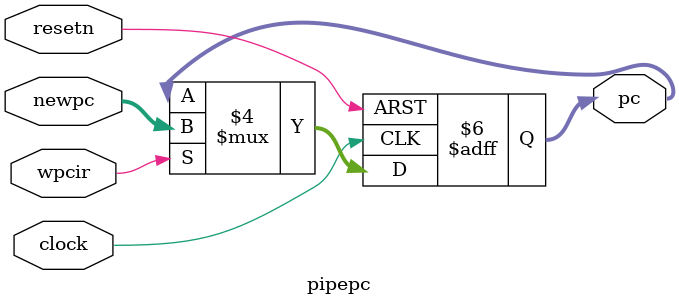
<source format=v>
module pipepc(newpc, wpcir, clock, resetn, pc);
	input [31:0] newpc;
	input resetn, wpcir, clock;
	output reg [31:0] pc;
	always @(posedge clock or negedge resetn)
	begin
		if(resetn == 0)
		begin
			pc <= -4;
		end
		else
			if(wpcir != 0)
			begin
				pc <= newpc;
			end
	end
endmodule 
</source>
